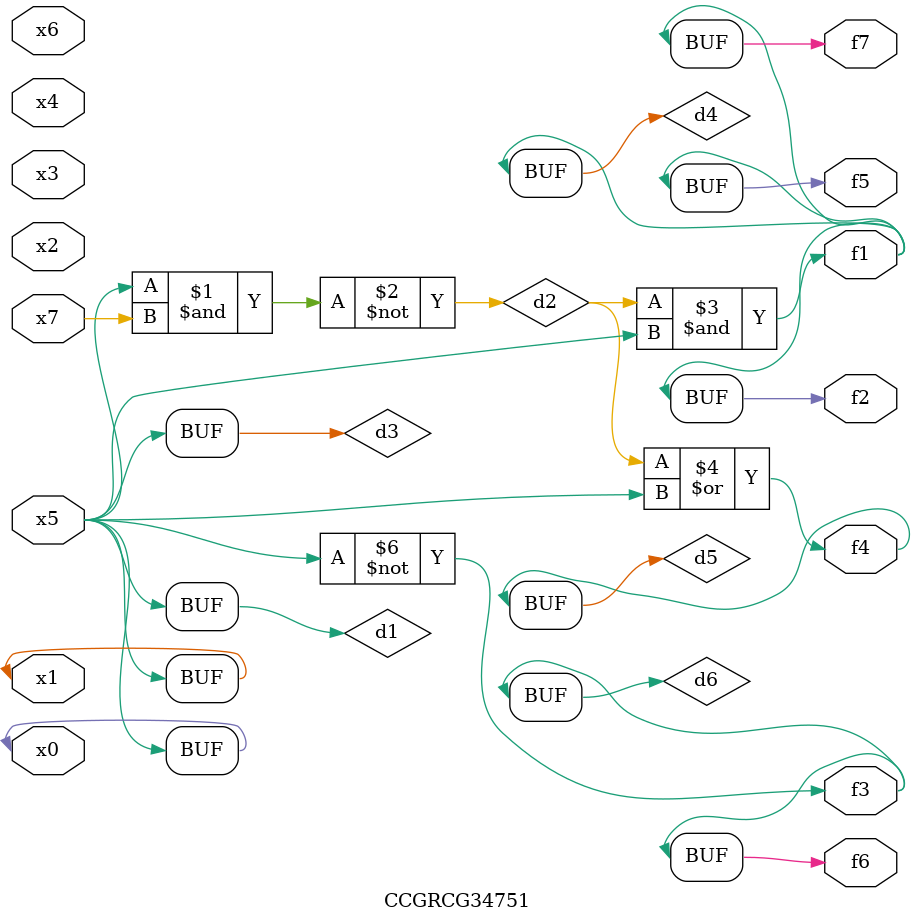
<source format=v>
module CCGRCG34751(
	input x0, x1, x2, x3, x4, x5, x6, x7,
	output f1, f2, f3, f4, f5, f6, f7
);

	wire d1, d2, d3, d4, d5, d6;

	buf (d1, x0, x5);
	nand (d2, x5, x7);
	buf (d3, x0, x1);
	and (d4, d2, d3);
	or (d5, d2, d3);
	nor (d6, d1, d3);
	assign f1 = d4;
	assign f2 = d4;
	assign f3 = d6;
	assign f4 = d5;
	assign f5 = d4;
	assign f6 = d6;
	assign f7 = d4;
endmodule

</source>
